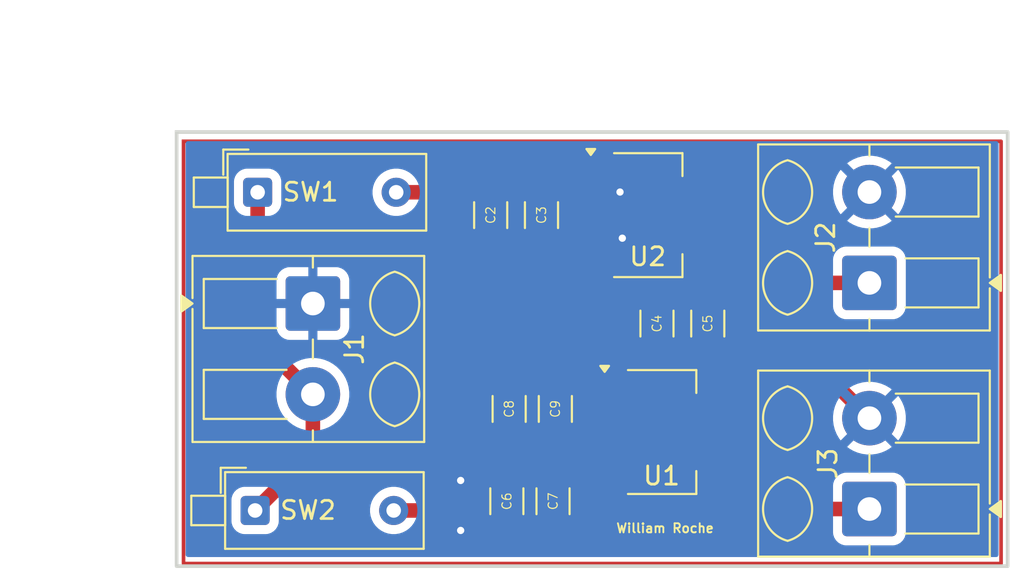
<source format=kicad_pcb>
(kicad_pcb (version 20241229) (generator "pcbnew") (generator_version "9.0")
  (layers (0 "F.Cu" signal) (2 "B.Cu" signal) (13 "F.Paste" user) (15 "B.Paste" user) (5 "F.SilkS" user "F.Silkscreen") (7 "B.SilkS" user "B.Silkscreen") (1 "F.Mask" user) (3 "B.Mask" user) (25 "Edge.Cuts" user))
  (net 0 "")
  (net 1 "GND")
  (net 2 "Net-(U2-VI)")
  (net 3 "Net-(J2-Pin_1)")
  (net 4 "Net-(U1-VI)")
  (net 5 "Net-(J3-Pin_1)")
  (net 6 "Net-(J1-Pin_2)")
  (footprint "Capacitor_SMD:C_1206_3216Metric" (layer "F.Cu") (at 125.095 100.33 -90)
    (property "Reference" "C7" (at 0 0 90) (layer "F.SilkS") (effects (font (size 0.5 0.5) (thickness 0.0625))))
    (property "Value" "100nF" (hide yes))
    (fp_line (start -0.711252 0.91) (end 0.711252 0.91) (stroke (width 0.12)) (layer "F.SilkS"))
    (fp_line (start -0.711252 -0.91) (end 0.711252 -0.91) (stroke (width 0.12)) (layer "F.SilkS"))
    (pad "1" smd roundrect (at -1.475 0 270) (size 1.15 1.8) (layers "F.Cu" "F.Mask" "F.Paste") (roundrect_rratio 0.217391) (net 4 "Net-(U1-VI)"))
    (pad "2" smd roundrect (at 1.475 0 270) (size 1.15 1.8) (layers "F.Cu" "F.Mask" "F.Paste") (roundrect_rratio 0.217391) (net 1 "GND"))
  )
  (footprint "Capacitor_SMD:C_1206_3216Metric" (layer "F.Cu") (at 124.46 84.582 90)
    (property "Reference" "C3" (at 0 0 90) (layer "F.SilkS") (effects (font (size 0.5 0.5) (thickness 0.0625))))
    (property "Value" "100nF" (hide yes))
    (fp_line (start -0.711252 -0.91) (end 0.711252 -0.91) (stroke (width 0.12)) (layer "F.SilkS"))
    (fp_line (start -0.711252 0.91) (end 0.711252 0.91) (stroke (width 0.12)) (layer "F.SilkS"))
    (pad "1" smd roundrect (at -1.475 0 90) (size 1.15 1.8) (layers "F.Cu" "F.Mask" "F.Paste") (roundrect_rratio 0.217391) (net 2 "Net-(U2-VI)"))
    (pad "2" smd roundrect (at 1.475 0 90) (size 1.15 1.8) (layers "F.Cu" "F.Mask" "F.Paste") (roundrect_rratio 0.217391) (net 1 "GND"))
  )
  (footprint "Capacitor_SMD:C_1206_3216Metric" (layer "F.Cu") (at 133.604 90.551 -90)
    (property "Reference" "C5" (at 0 0 90) (layer "F.SilkS") (effects (font (size 0.5 0.5) (thickness 0.0625))))
    (property "Value" "0.1uF" (hide yes))
    (fp_line (start -0.711252 0.91) (end 0.711252 0.91) (stroke (width 0.12)) (layer "F.SilkS"))
    (fp_line (start -0.711252 -0.91) (end 0.711252 -0.91) (stroke (width 0.12)) (layer "F.SilkS"))
    (pad "1" smd roundrect (at -1.475 0 270) (size 1.15 1.8) (layers "F.Cu" "F.Mask" "F.Paste") (roundrect_rratio 0.217391) (net 3 "Net-(J2-Pin_1)"))
    (pad "2" smd roundrect (at 1.475 0 270) (size 1.15 1.8) (layers "F.Cu" "F.Mask" "F.Paste") (roundrect_rratio 0.217391) (net 1 "GND"))
  )
  (footprint "Capacitor_SMD:C_1206_3216Metric" (layer "F.Cu") (at 130.81 90.551 -90)
    (property "Reference" "C4" (at 0 0 90) (layer "F.SilkS") (effects (font (size 0.5 0.5) (thickness 0.0625))))
    (property "Value" "10nF" (hide yes))
    (fp_line (start -0.711252 0.91) (end 0.711252 0.91) (stroke (width 0.12)) (layer "F.SilkS"))
    (fp_line (start -0.711252 -0.91) (end 0.711252 -0.91) (stroke (width 0.12)) (layer "F.SilkS"))
    (pad "1" smd roundrect (at -1.475 0 270) (size 1.15 1.8) (layers "F.Cu" "F.Mask" "F.Paste") (roundrect_rratio 0.217391) (net 3 "Net-(J2-Pin_1)"))
    (pad "2" smd roundrect (at 1.475 0 270) (size 1.15 1.8) (layers "F.Cu" "F.Mask" "F.Paste") (roundrect_rratio 0.217391) (net 1 "GND"))
  )
  (footprint "TerminalBlock_Altech:Altech_AK300_1x02_P5.00mm_45-Degree" (layer "F.Cu") (at 142.494 100.758 90)
    (property "Reference" "J3" (at 2.5 -2.286 90) (layer "F.SilkS"))
    (property "Value" "Screw_Terminal_01x02" (hide yes))
    (fp_line (start 7.62 -6.12) (end 7.62 6.62) (stroke (width 0.12)) (layer "F.SilkS"))
    (fp_line (start -2.62 -6.12) (end 7.62 -6.12) (stroke (width 0.12)) (layer "F.SilkS"))
    (fp_line (start 6.98 0) (end 7.62 0) (stroke (width 0.12)) (layer "F.SilkS"))
    (fp_line (start 1.98 0) (end 3.02 0) (stroke (width 0.12)) (layer "F.SilkS"))
    (fp_line (start -2.62 0) (end -1.98 0) (stroke (width 0.12)) (layer "F.SilkS"))
    (fp_line (start 6.35 1.448) (end 6.35 6) (stroke (width 0.12)) (layer "F.SilkS"))
    (fp_line (start 1.35 1.98) (end 1.35 6) (stroke (width 0.12)) (layer "F.SilkS"))
    (fp_line (start 6.35 6) (end 3.65 6) (stroke (width 0.12)) (layer "F.SilkS"))
    (fp_line (start 3.65 6) (end 3.65 1.448) (stroke (width 0.12)) (layer "F.SilkS"))
    (fp_line (start 1.35 6) (end -1.35 6) (stroke (width 0.12)) (layer "F.SilkS"))
    (fp_line (start -1.35 6) (end -1.35 1.98) (stroke (width 0.12)) (layer "F.SilkS"))
    (fp_line (start 7.62 6.62) (end 0.3 6.62) (stroke (width 0.12)) (layer "F.SilkS"))
    (fp_line (start -0.3 6.62) (end -2.62 6.62) (stroke (width 0.12)) (layer "F.SilkS"))
    (fp_line (start -2.62 6.62) (end -2.62 -6.12) (stroke (width 0.12)) (layer "F.SilkS"))
    (fp_arc (start 6.75 -4.5) (mid 5 -3.15) (end 3.25 -4.5) (stroke (width 0.12)) (layer "F.SilkS"))
    (fp_arc (start 3.25 -4.5) (mid 5 -5.85) (end 6.75 -4.5) (stroke (width 0.12)) (layer "F.SilkS"))
    (fp_arc (start 1.75 -4.5) (mid 0 -3.15) (end -1.75 -4.5) (stroke (width 0.12)) (layer "F.SilkS"))
    (fp_arc (start -1.75 -4.5) (mid 0 -5.85) (end 1.75 -4.5) (stroke (width 0.12)) (layer "F.SilkS"))
    (fp_poly (pts (xy 0 6.62) (xy 0.44 7.23) (xy -0.44 7.23)) (stroke (width 0.12)) (fill yes) (layer "F.SilkS"))
    (pad "1" thru_hole roundrect (at 0 0 90) (size 3 3) (drill 1.3) (layers "*.Cu" "*.Mask") (roundrect_rratio 0.083333) (net 5 "Net-(J3-Pin_1)"))
    (pad "2" thru_hole circle (at 5 0 90) (size 3 3) (drill 1.3) (layers "*.Cu" "*.Mask") (net 1 "GND"))
  )
  (footprint "Button_Switch_THT:SW_DIP_SPSTx01_Piano_10.8x4.1mm_W7.62mm_P2.54mm" (layer "F.Cu") (at 108.712 100.838)
    (property "Reference" "SW2" (at 2.91 -0.0125 0) (layer "F.SilkS"))
    (property "Value" "SW_DIP_x01" (hide yes))
    (fp_line (start -3.51 -0.81) (end -1.65 -0.81) (stroke (width 0.12)) (layer "F.SilkS"))
    (fp_line (start -3.51 0.81) (end -3.51 -0.81) (stroke (width 0.12)) (layer "F.SilkS"))
    (fp_line (start -1.89 -2.35) (end -1.89 -0.967) (stroke (width 0.12)) (layer "F.SilkS"))
    (fp_line (start -1.89 -2.35) (end -0.507 -2.35) (stroke (width 0.12)) (layer "F.SilkS"))
    (fp_line (start -1.65 -2.11) (end -1.65 2.11) (stroke (width 0.12)) (layer "F.SilkS"))
    (fp_line (start -1.65 -2.11) (end 9.27 -2.11) (stroke (width 0.12)) (layer "F.SilkS"))
    (fp_line (start -1.65 -0.81) (end -1.65 0.81) (stroke (width 0.12)) (layer "F.SilkS"))
    (fp_line (start -1.65 0.81) (end -3.51 0.81) (stroke (width 0.12)) (layer "F.SilkS"))
    (fp_line (start -1.65 2.11) (end 9.27 2.11) (stroke (width 0.12)) (layer "F.SilkS"))
    (fp_line (start 9.27 -2.11) (end 9.27 2.11) (stroke (width 0.12)) (layer "F.SilkS"))
    (pad "1" thru_hole roundrect (at 0 0) (size 1.6 1.6) (drill 0.8) (layers "*.Cu" "*.Mask") (roundrect_rratio 0.15625) (net 6 "Net-(J1-Pin_2)"))
    (pad "2" thru_hole circle (at 7.62 0) (size 1.6 1.6) (drill 0.8) (layers "*.Cu" "*.Mask") (net 4 "Net-(U1-VI)"))
  )
  (footprint "Capacitor_SMD:C_1206_3216Metric" (layer "F.Cu") (at 122.682 95.25 90)
    (property "Reference" "C8" (at 0 0 90) (layer "F.SilkS") (effects (font (size 0.5 0.5) (thickness 0.0625))))
    (property "Value" "10nF" (hide yes))
    (fp_line (start -0.711252 -0.91) (end 0.711252 -0.91) (stroke (width 0.12)) (layer "F.SilkS"))
    (fp_line (start -0.711252 0.91) (end 0.711252 0.91) (stroke (width 0.12)) (layer "F.SilkS"))
    (pad "1" smd roundrect (at -1.475 0 90) (size 1.15 1.8) (layers "F.Cu" "F.Mask" "F.Paste") (roundrect_rratio 0.217391) (net 5 "Net-(J3-Pin_1)"))
    (pad "2" smd roundrect (at 1.475 0 90) (size 1.15 1.8) (layers "F.Cu" "F.Mask" "F.Paste") (roundrect_rratio 0.217391) (net 1 "GND"))
  )
  (footprint "TerminalBlock_Altech:Altech_AK300_1x02_P5.00mm_45-Degree" (layer "F.Cu") (at 142.494 88.312 90)
    (property "Reference" "J2" (at 2.5 -2.413 90) (layer "F.SilkS"))
    (property "Value" "Screw_Terminal_01x02" (hide yes))
    (fp_line (start 7.62 -6.12) (end 7.62 6.62) (stroke (width 0.12)) (layer "F.SilkS"))
    (fp_line (start -2.62 -6.12) (end 7.62 -6.12) (stroke (width 0.12)) (layer "F.SilkS"))
    (fp_line (start 6.98 0) (end 7.62 0) (stroke (width 0.12)) (layer "F.SilkS"))
    (fp_line (start 1.98 0) (end 3.02 0) (stroke (width 0.12)) (layer "F.SilkS"))
    (fp_line (start -2.62 0) (end -1.98 0) (stroke (width 0.12)) (layer "F.SilkS"))
    (fp_line (start 6.35 1.448) (end 6.35 6) (stroke (width 0.12)) (layer "F.SilkS"))
    (fp_line (start 1.35 1.98) (end 1.35 6) (stroke (width 0.12)) (layer "F.SilkS"))
    (fp_line (start 6.35 6) (end 3.65 6) (stroke (width 0.12)) (layer "F.SilkS"))
    (fp_line (start 3.65 6) (end 3.65 1.448) (stroke (width 0.12)) (layer "F.SilkS"))
    (fp_line (start 1.35 6) (end -1.35 6) (stroke (width 0.12)) (layer "F.SilkS"))
    (fp_line (start -1.35 6) (end -1.35 1.98) (stroke (width 0.12)) (layer "F.SilkS"))
    (fp_line (start 7.62 6.62) (end 0.3 6.62) (stroke (width 0.12)) (layer "F.SilkS"))
    (fp_line (start -0.3 6.62) (end -2.62 6.62) (stroke (width 0.12)) (layer "F.SilkS"))
    (fp_line (start -2.62 6.62) (end -2.62 -6.12) (stroke (width 0.12)) (layer "F.SilkS"))
    (fp_arc (start 6.75 -4.5) (mid 5 -3.15) (end 3.25 -4.5) (stroke (width 0.12)) (layer "F.SilkS"))
    (fp_arc (start 3.25 -4.5) (mid 5 -5.85) (end 6.75 -4.5) (stroke (width 0.12)) (layer "F.SilkS"))
    (fp_arc (start 1.75 -4.5) (mid 0 -3.15) (end -1.75 -4.5) (stroke (width 0.12)) (layer "F.SilkS"))
    (fp_arc (start -1.75 -4.5) (mid 0 -5.85) (end 1.75 -4.5) (stroke (width 0.12)) (layer "F.SilkS"))
    (fp_poly (pts (xy 0 6.62) (xy 0.44 7.23) (xy -0.44 7.23)) (stroke (width 0.12)) (fill yes) (layer "F.SilkS"))
    (pad "1" thru_hole roundrect (at 0 0 90) (size 3 3) (drill 1.3) (layers "*.Cu" "*.Mask") (roundrect_rratio 0.083333) (net 3 "Net-(J2-Pin_1)"))
    (pad "2" thru_hole circle (at 5 0 90) (size 3 3) (drill 1.3) (layers "*.Cu" "*.Mask") (net 1 "GND"))
  )
  (footprint "Capacitor_SMD:C_1206_3216Metric" (layer "F.Cu") (at 125.222 95.25 90)
    (property "Reference" "C9" (at 0 0 90) (layer "F.SilkS") (effects (font (size 0.5 0.5) (thickness 0.0625))))
    (property "Value" "0.1uF" (hide yes))
    (fp_line (start -0.711252 -0.91) (end 0.711252 -0.91) (stroke (width 0.12)) (layer "F.SilkS"))
    (fp_line (start -0.711252 0.91) (end 0.711252 0.91) (stroke (width 0.12)) (layer "F.SilkS"))
    (pad "1" smd roundrect (at -1.475 0 90) (size 1.15 1.8) (layers "F.Cu" "F.Mask" "F.Paste") (roundrect_rratio 0.217391) (net 5 "Net-(J3-Pin_1)"))
    (pad "2" smd roundrect (at 1.475 0 90) (size 1.15 1.8) (layers "F.Cu" "F.Mask" "F.Paste") (roundrect_rratio 0.217391) (net 1 "GND"))
  )
  (footprint "Capacitor_SMD:C_1206_3216Metric" (layer "F.Cu") (at 122.555 100.33 -90)
    (property "Reference" "C6" (at 0 0 90) (layer "F.SilkS") (effects (font (size 0.5 0.5) (thickness 0.0625))))
    (property "Value" "10uF" (hide yes))
    (fp_line (start -0.711252 0.91) (end 0.711252 0.91) (stroke (width 0.12)) (layer "F.SilkS"))
    (fp_line (start -0.711252 -0.91) (end 0.711252 -0.91) (stroke (width 0.12)) (layer "F.SilkS"))
    (pad "1" smd roundrect (at -1.475 0 270) (size 1.15 1.8) (layers "F.Cu" "F.Mask" "F.Paste") (roundrect_rratio 0.217391) (net 4 "Net-(U1-VI)"))
    (pad "2" smd roundrect (at 1.475 0 270) (size 1.15 1.8) (layers "F.Cu" "F.Mask" "F.Paste") (roundrect_rratio 0.217391) (net 1 "GND"))
  )
  (footprint "Package_TO_SOT_SMD:SOT-223-3_TabPin2" (layer "F.Cu") (at 131.064 96.52)
    (property "Reference" "U1" (at 0 2.413 0) (layer "F.SilkS"))
    (property "Value" "LD1117S33TR_SOT223" (hide yes))
    (fp_line (start -1.85 -3.41) (end 1.91 -3.41) (stroke (width 0.12)) (layer "F.SilkS"))
    (fp_line (start -1.85 3.41) (end 1.91 3.41) (stroke (width 0.12)) (layer "F.SilkS"))
    (fp_line (start 1.91 -3.41) (end 1.91 -2.15) (stroke (width 0.12)) (layer "F.SilkS"))
    (fp_line (start 1.91 3.41) (end 1.91 2.15) (stroke (width 0.12)) (layer "F.SilkS"))
    (fp_poly (pts (xy -3.13 -3.31) (xy -3.37 -3.64) (xy -2.89 -3.64) (xy -3.13 -3.31)) (stroke (width 0.12)) (fill yes) (layer "F.SilkS"))
    (pad "1" smd roundrect (at -3.15 -2.3) (size 2 1.5) (layers "F.Cu" "F.Mask" "F.Paste") (net 1 "GND"))
    (pad "2" smd roundrect (at -3.15 0) (size 2 1.5) (layers "F.Cu" "F.Mask" "F.Paste") (net 5 "Net-(J3-Pin_1)"))
    (pad "2" smd roundrect (at 3.15 0) (size 2 3.8) (layers "F.Cu" "F.Mask" "F.Paste") (net 5 "Net-(J3-Pin_1)"))
    (pad "3" smd roundrect (at -3.15 2.3) (size 2 1.5) (layers "F.Cu" "F.Mask" "F.Paste") (net 4 "Net-(U1-VI)"))
  )
  (footprint "Button_Switch_THT:SW_DIP_SPSTx01_Piano_10.8x4.1mm_W7.62mm_P2.54mm" (layer "F.Cu") (at 108.85 83.3245)
    (property "Reference" "SW1" (at 2.91 -0.0125 0) (layer "F.SilkS"))
    (property "Value" "SW_DIP_x01" (hide yes))
    (fp_line (start -3.51 -0.81) (end -1.65 -0.81) (stroke (width 0.12)) (layer "F.SilkS"))
    (fp_line (start -3.51 0.81) (end -3.51 -0.81) (stroke (width 0.12)) (layer "F.SilkS"))
    (fp_line (start -1.89 -2.35) (end -1.89 -0.967) (stroke (width 0.12)) (layer "F.SilkS"))
    (fp_line (start -1.89 -2.35) (end -0.507 -2.35) (stroke (width 0.12)) (layer "F.SilkS"))
    (fp_line (start -1.65 -2.11) (end -1.65 2.11) (stroke (width 0.12)) (layer "F.SilkS"))
    (fp_line (start -1.65 -2.11) (end 9.27 -2.11) (stroke (width 0.12)) (layer "F.SilkS"))
    (fp_line (start -1.65 -0.81) (end -1.65 0.81) (stroke (width 0.12)) (layer "F.SilkS"))
    (fp_line (start -1.65 0.81) (end -3.51 0.81) (stroke (width 0.12)) (layer "F.SilkS"))
    (fp_line (start -1.65 2.11) (end 9.27 2.11) (stroke (width 0.12)) (layer "F.SilkS"))
    (fp_line (start 9.27 -2.11) (end 9.27 2.11) (stroke (width 0.12)) (layer "F.SilkS"))
    (pad "1" thru_hole roundrect (at 0 0) (size 1.6 1.6) (drill 0.8) (layers "*.Cu" "*.Mask") (roundrect_rratio 0.15625) (net 6 "Net-(J1-Pin_2)"))
    (pad "2" thru_hole circle (at 7.62 0) (size 1.6 1.6) (drill 0.8) (layers "*.Cu" "*.Mask") (net 2 "Net-(U2-VI)"))
  )
  (footprint "Capacitor_SMD:C_1206_3216Metric" (layer "F.Cu") (at 121.666 84.582 90)
    (property "Reference" "C2" (at 0 0 90) (layer "F.SilkS") (effects (font (size 0.5 0.5) (thickness 0.0625))))
    (property "Value" "10uF" (hide yes))
    (fp_line (start -0.711252 -0.91) (end 0.711252 -0.91) (stroke (width 0.12)) (layer "F.SilkS"))
    (fp_line (start -0.711252 0.91) (end 0.711252 0.91) (stroke (width 0.12)) (layer "F.SilkS"))
    (pad "1" smd roundrect (at -1.475 0 90) (size 1.15 1.8) (layers "F.Cu" "F.Mask" "F.Paste") (roundrect_rratio 0.217391) (net 2 "Net-(U2-VI)"))
    (pad "2" smd roundrect (at 1.475 0 90) (size 1.15 1.8) (layers "F.Cu" "F.Mask" "F.Paste") (roundrect_rratio 0.217391) (net 1 "GND"))
  )
  (footprint "TerminalBlock_Altech:Altech_AK300_1x02_P5.00mm_45-Degree" (layer "F.Cu") (at 111.8885 89.448 -90)
    (property "Reference" "J1" (at 2.5 -2.2845 90) (layer "F.SilkS"))
    (property "Value" "Screw_Terminal_01x02" (hide yes))
    (fp_line (start -2.62 6.62) (end -2.62 -6.12) (stroke (width 0.12)) (layer "F.SilkS"))
    (fp_line (start -0.3 6.62) (end -2.62 6.62) (stroke (width 0.12)) (layer "F.SilkS"))
    (fp_line (start 7.62 6.62) (end 0.3 6.62) (stroke (width 0.12)) (layer "F.SilkS"))
    (fp_line (start -1.35 6) (end -1.35 1.98) (stroke (width 0.12)) (layer "F.SilkS"))
    (fp_line (start 1.35 6) (end -1.35 6) (stroke (width 0.12)) (layer "F.SilkS"))
    (fp_line (start 3.65 6) (end 3.65 1.448) (stroke (width 0.12)) (layer "F.SilkS"))
    (fp_line (start 6.35 6) (end 3.65 6) (stroke (width 0.12)) (layer "F.SilkS"))
    (fp_line (start 1.35 1.98) (end 1.35 6) (stroke (width 0.12)) (layer "F.SilkS"))
    (fp_line (start 6.35 1.448) (end 6.35 6) (stroke (width 0.12)) (layer "F.SilkS"))
    (fp_line (start -2.62 0) (end -1.98 0) (stroke (width 0.12)) (layer "F.SilkS"))
    (fp_line (start 1.98 0) (end 3.02 0) (stroke (width 0.12)) (layer "F.SilkS"))
    (fp_line (start 6.98 0) (end 7.62 0) (stroke (width 0.12)) (layer "F.SilkS"))
    (fp_line (start -2.62 -6.12) (end 7.62 -6.12) (stroke (width 0.12)) (layer "F.SilkS"))
    (fp_line (start 7.62 -6.12) (end 7.62 6.62) (stroke (width 0.12)) (layer "F.SilkS"))
    (fp_arc (start -1.75 -4.5) (mid 0 -5.85) (end 1.75 -4.5) (stroke (width 0.12)) (layer "F.SilkS"))
    (fp_arc (start 1.75 -4.5) (mid 0 -3.15) (end -1.75 -4.5) (stroke (width 0.12)) (layer "F.SilkS"))
    (fp_arc (start 3.25 -4.5) (mid 5 -5.85) (end 6.75 -4.5) (stroke (width 0.12)) (layer "F.SilkS"))
    (fp_arc (start 6.75 -4.5) (mid 5 -3.15) (end 3.25 -4.5) (stroke (width 0.12)) (layer "F.SilkS"))
    (fp_poly (pts (xy 0 6.62) (xy 0.44 7.23) (xy -0.44 7.23)) (stroke (width 0.12)) (fill yes) (layer "F.SilkS"))
    (pad "1" thru_hole roundrect (at 0 0 270) (size 3 3) (drill 1.3) (layers "*.Cu" "*.Mask") (roundrect_rratio 0.083333) (net 1 "GND"))
    (pad "2" thru_hole circle (at 5 0 270) (size 3 3) (drill 1.3) (layers "*.Cu" "*.Mask") (net 6 "Net-(J1-Pin_2)"))
  )
  (footprint "Package_TO_SOT_SMD:SOT-223-3_TabPin2" (layer "F.Cu") (at 130.302 84.582)
    (property "Reference" "U2" (at 0 2.286 0) (layer "F.SilkS"))
    (property "Value" "LD1117S50TR_SOT223" (hide yes))
    (fp_line (start -1.85 -3.41) (end 1.91 -3.41) (stroke (width 0.12)) (layer "F.SilkS"))
    (fp_line (start -1.85 3.41) (end 1.91 3.41) (stroke (width 0.12)) (layer "F.SilkS"))
    (fp_line (start 1.91 -3.41) (end 1.91 -2.15) (stroke (width 0.12)) (layer "F.SilkS"))
    (fp_line (start 1.91 3.41) (end 1.91 2.15) (stroke (width 0.12)) (layer "F.SilkS"))
    (fp_poly (pts (xy -3.13 -3.31) (xy -3.37 -3.64) (xy -2.89 -3.64) (xy -3.13 -3.31)) (stroke (width 0.12)) (fill yes) (layer "F.SilkS"))
    (pad "1" smd roundrect (at -3.15 -2.3) (size 2 1.5) (layers "F.Cu" "F.Mask" "F.Paste") (net 1 "GND"))
    (pad "2" smd roundrect (at -3.15 0) (size 2 1.5) (layers "F.Cu" "F.Mask" "F.Paste") (net 3 "Net-(J2-Pin_1)"))
    (pad "2" smd roundrect (at 3.15 0) (size 2 3.8) (layers "F.Cu" "F.Mask" "F.Paste") (net 3 "Net-(J2-Pin_1)"))
    (pad "3" smd roundrect (at -3.15 2.3) (size 2 1.5) (layers "F.Cu" "F.Mask" "F.Paste") (net 2 "Net-(U2-VI)"))
  )
  (gr_rect (start 104.775 80.518) (end 149.733 103.759) (stroke (width 0.2)) (fill no) (layer "F.Cu"))
  (gr_rect (start 104.394 80.01) (end 150.094 103.902) (stroke (width 0.2)) (fill no) (layer "Edge.Cuts"))
  (gr_text "William Roche" (at 128.524 102.108 0) (layer "F.SilkS") (effects (font (size 0.5 0.5) (thickness 0.1) (bold yes)) (justify left bottom)))
  (segment (start 120.015 96.442) (end 120.015 99.187) (width 0.8) (layer "F.Cu") (net 1))
  (segment (start 138.762 92.026) (end 142.494 95.758) (width 0.8) (layer "F.Cu") (net 1))
  (segment (start 126.327 83.107) (end 127.152 82.282) (width 0.8) (layer "F.Cu") (net 1))
  (segment (start 125.222 93.775) (end 127.469 93.775) (width 0.8) (layer "F.Cu") (net 1))
  (segment (start 120.566 102.489) (end 121.871 102.489) (width 0.8) (layer "F.Cu") (net 1))
  (segment (start 120.015 101.938) (end 120.566 102.489) (width 0.8) (layer "F.Cu") (net 1))
  (segment (start 127.152 82.282) (end 127.748 82.282) (width 0.8) (layer "F.Cu") (net 1))
  (segment (start 128.115 94.019) (end 127.914 94.22) (width 0.8) (layer "F.Cu") (net 1))
  (segment (start 133.604 92.026) (end 138.762 92.026) (width 0.8) (layer "F.Cu") (net 1))
  (segment (start 122.682 93.775) (end 120.015 96.442) (width 0.8) (layer "F.Cu") (net 1))
  (segment (start 121.666 83.107) (end 124.46 83.107) (width 0.8) (layer "F.Cu") (net 1))
  (segment (start 122.555 101.805) (end 125.095 101.805) (width 0.8) (layer "F.Cu") (net 1))
  (segment (start 121.871 102.489) (end 122.555 101.805) (width 0.8) (layer "F.Cu") (net 1))
  (segment (start 128.616 94.22) (end 130.81 92.026) (width 0.8) (layer "F.Cu") (net 1))
  (segment (start 130.81 92.026) (end 133.604 92.026) (width 0.8) (layer "F.Cu") (net 1))
  (segment (start 124.46 83.107) (end 126.327 83.107) (width 0.8) (layer "F.Cu") (net 1))
  (segment (start 122.682 93.775) (end 125.222 93.775) (width 0.8) (layer "F.Cu") (net 1))
  (segment (start 127.748 82.282) (end 128.778 83.312) (width 0.8) (layer "F.Cu") (net 1))
  (segment (start 127.469 93.775) (end 127.914 94.22) (width 0.8) (layer "F.Cu") (net 1))
  (segment (start 128.905 90.121) (end 130.81 92.026) (width 0.8) (layer "F.Cu") (net 1))
  (segment (start 127.914 94.22) (end 128.616 94.22) (width 0.8) (layer "F.Cu") (net 1))
  (segment (start 128.905 85.852) (end 128.905 90.121) (width 0.8) (layer "F.Cu") (net 1))
  (via (at 128.778 83.312) (size 1) (drill 0.4) (layers "F.Cu" "B.Cu") (net 1))
  (via (at 120.015 101.938) (size 1) (drill 0.4) (layers "F.Cu" "B.Cu") (net 1))
  (via (at 120.015 99.187) (size 1) (drill 0.4) (layers "F.Cu" "B.Cu") (net 1))
  (via (at 128.905 85.852) (size 1) (drill 0.4) (layers "F.Cu" "B.Cu") (net 1))
  (segment (start 128.778 83.312) (end 128.778 85.725) (width 0.8) (layer "B.Cu") (net 1))
  (segment (start 128.778 85.725) (end 128.905 85.852) (width 0.8) (layer "B.Cu") (net 1))
  (segment (start 120.015 101.938) (end 120.015 99.187) (width 0.8) (layer "B.Cu") (net 1))
  (segment (start 121.666 86.057) (end 124.46 86.057) (width 0.8) (layer "F.Cu") (net 2))
  (segment (start 124.46 86.057) (end 126.327 86.057) (width 0.8) (layer "F.Cu") (net 2))
  (segment (start 118.9335 83.3245) (end 121.666 86.057) (width 0.8) (layer "F.Cu") (net 2))
  (segment (start 116.47 83.3245) (end 118.9335 83.3245) (width 0.8) (layer "F.Cu") (net 2))
  (segment (start 126.327 86.057) (end 127.152 86.882) (width 0.8) (layer "F.Cu") (net 2))
  (segment (start 127.152 84.582) (end 133.452 84.582) (width 0.8) (layer "F.Cu") (net 3))
  (segment (start 133.452 84.582) (end 133.452 88.924) (width 0.8) (layer "F.Cu") (net 3))
  (segment (start 138.096 88.312) (end 142.494 88.312) (width 0.8) (layer "F.Cu") (net 3))
  (segment (start 133.452 84.582) (end 134.366 84.582) (width 0.8) (layer "F.Cu") (net 3))
  (segment (start 134.366 84.582) (end 138.096 88.312) (width 0.8) (layer "F.Cu") (net 3))
  (segment (start 130.81 89.076) (end 133.604 89.076) (width 0.8) (layer "F.Cu") (net 3))
  (segment (start 133.452 88.924) (end 133.604 89.076) (width 0.8) (layer "F.Cu") (net 3))
  (segment (start 120.572 100.838) (end 122.555 98.855) (width 0.8) (layer "F.Cu") (net 4))
  (segment (start 122.555 98.855) (end 125.095 98.855) (width 0.8) (layer "F.Cu") (net 4))
  (segment (start 127.674 99.06) (end 127.914 98.82) (width 0.8) (layer "F.Cu") (net 4))
  (segment (start 127.914 98.82) (end 125.13 98.82) (width 0.8) (layer "F.Cu") (net 4))
  (segment (start 125.13 98.82) (end 125.095 98.855) (width 0.8) (layer "F.Cu") (net 4))
  (segment (start 116.332 100.838) (end 120.572 100.838) (width 0.8) (layer "F.Cu") (net 4))
  (segment (start 142.494 100.758) (end 138.452 100.758) (width 0.8) (layer "F.Cu") (net 5))
  (segment (start 125.222 96.725) (end 122.682 96.725) (width 0.8) (layer "F.Cu") (net 5))
  (segment (start 134.214 96.52) (end 127.914 96.52) (width 0.8) (layer "F.Cu") (net 5))
  (segment (start 125.427 96.52) (end 125.222 96.725) (width 0.8) (layer "F.Cu") (net 5))
  (segment (start 127.914 96.52) (end 125.427 96.52) (width 0.8) (layer "F.Cu") (net 5))
  (segment (start 138.452 100.758) (end 134.214 96.52) (width 0.8) (layer "F.Cu") (net 5))
  (segment (start 108.85 83.3245) (end 108.85 91.4095) (width 0.8) (layer "F.Cu") (net 6))
  (segment (start 111.8885 94.448) (end 111.8885 97.6615) (width 0.8) (layer "F.Cu") (net 6))
  (segment (start 108.85 91.4095) (end 111.8885 94.448) (width 0.8) (layer "F.Cu") (net 6))
  (segment (start 111.8885 97.6615) (end 108.712 100.838) (width 0.8) (layer "F.Cu") (net 6))
  (zone (net 1) (net_name "GND") (layer "B.Cu") (connect_pads (clearance 0.5)) (min_thickness 0.25) (fill yes (thermal_gap 0.5) (thermal_bridge_width 0.5))
    (polygon (pts (xy 104.006865 79.247985) (xy 150.755195 79.375019) (xy 151.003 104.775) (xy 103.759 104.902)))
  )
)
</source>
